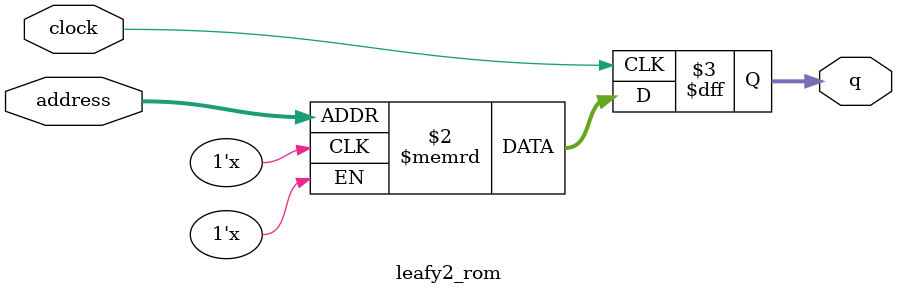
<source format=sv>
module leafy2_rom (
	input logic clock,
	input logic [15:0] address,
	output logic [3:0] q
);

logic [3:0] memory [0:49139] /* synthesis ram_init_file = "C:\Users\David\Downloads\Final\Lab_6\highestresbackground\leafy2\leafy2.mif" */;

always_ff @ (posedge clock) begin
	q <= memory[address];
end

endmodule

</source>
